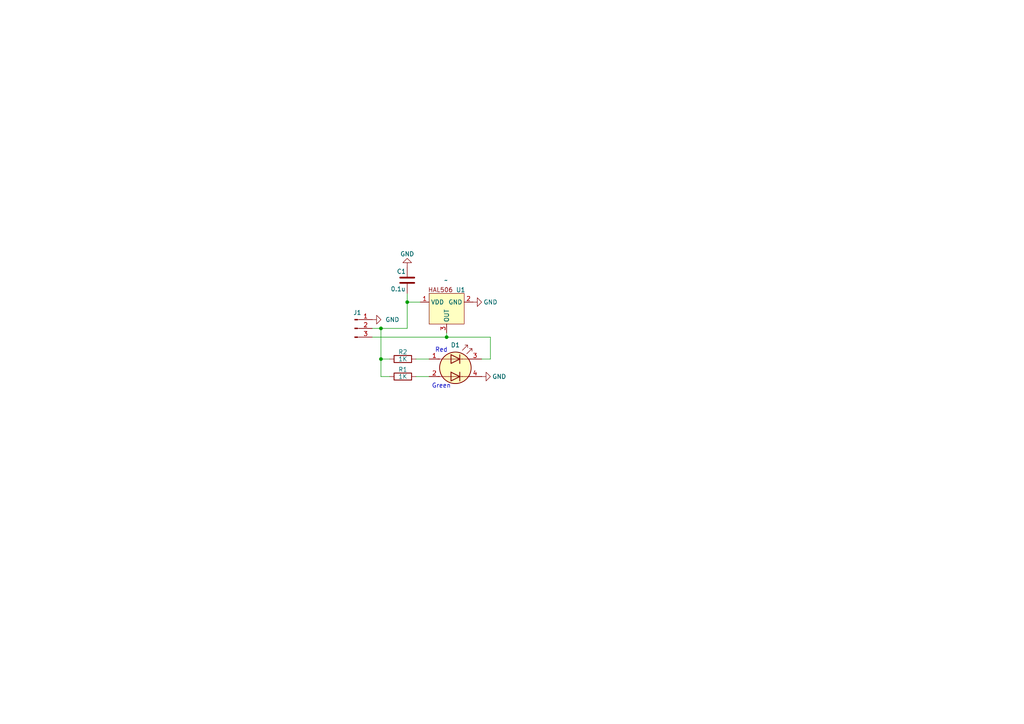
<source format=kicad_sch>
(kicad_sch (version 20231120) (generator "eeschema") (generator_version "8.0")
  (paper "A4")
  (lib_symbols
    (symbol "Connector:Conn_01x03_Pin" (pin_names (offset 1.016) hide)
      (property "Reference" "J" (at 0 5.08 0))
      (property "Value" "Conn_01x03_Pin" (at 0 -5.08 0))
      (symbol "Conn_01x03_Pin_1_1"
        (polyline (pts (xy 1.27 -2.54) (xy 0.8636 -2.54)) (stroke (width 0.1524)))
        (polyline (pts (xy 1.27 0) (xy 0.8636 0)) (stroke (width 0.1524)))
        (polyline (pts (xy 1.27 2.54) (xy 0.8636 2.54)) (stroke (width 0.1524)))
        (rectangle (start 0.8636 -2.413) (end 0 -2.667) (stroke (width 0.1524)) (fill (type outline)))
        (rectangle (start 0.8636 0.127) (end 0 -0.127) (stroke (width 0.1524)) (fill (type outline)))
        (rectangle (start 0.8636 2.667) (end 0 2.413) (stroke (width 0.1524)) (fill (type outline)))
        (pin passive line (at 5.08 2.54 180) (length 3.81) (name "Pin_1") (number "1"))
        (pin passive line (at 5.08 0 180) (length 3.81) (name "Pin_2") (number "2"))
        (pin passive line (at 5.08 -2.54 180) (length 3.81) (name "Pin_3") (number "3"))
      )
    )
    (symbol "Device:C" (pin_numbers hide) (pin_names (offset 0.254))
      (property "Reference" "C" (at 0.635 2.54 0))
      (property "Value" "C" (at 0.635 -2.54 0))
      (symbol "C_0_1"
        (polyline (pts (xy -2.032 -0.762) (xy 2.032 -0.762)) (stroke (width 0.508)))
        (polyline (pts (xy -2.032 0.762) (xy 2.032 0.762)) (stroke (width 0.508)))
      )
      (symbol "C_1_1"
        (pin passive line (at 0 3.81 270) (length 2.794) (name "~") (number "1"))
        (pin passive line (at 0 -3.81 90) (length 2.794) (name "~") (number "2"))
      )
    )
    (symbol "Device:LED_Dual_AAKK" (pin_names (offset 0) hide)
      (property "Reference" "D" (at 0 5.715 0))
      (property "Value" "LED_Dual_AAKK" (at 0 -6.35 0))
      (symbol "LED_Dual_AAKK_0_1"
        (polyline (pts (xy -5.08 -2.54) (xy 2.032 -2.54)))
        (polyline (pts (xy -5.08 2.54) (xy 2.032 2.54)))
        (polyline (pts (xy 1.27 -1.27) (xy 1.27 -3.81)) (stroke (width 0.254)))
        (polyline (pts (xy 1.27 3.81) (xy 1.27 1.27)) (stroke (width 0.254)))
        (polyline (pts (xy 3.81 -2.54) (xy 1.905 -2.54)))
        (polyline (pts (xy 3.81 2.54) (xy 1.905 2.54)))
        (polyline (pts (xy -1.27 -1.27) (xy -1.27 -3.81) (xy 1.27 -2.54) (xy -1.27 -1.27)) (stroke (width 0.254)))
        (polyline (pts (xy -1.27 3.81) (xy -1.27 1.27) (xy 1.27 2.54) (xy -1.27 3.81)) (stroke (width 0.254)))
        (polyline (pts (xy 2.032 5.08) (xy 3.556 6.604) (xy 2.794 6.604) (xy 3.556 6.604) (xy 3.556 5.842)))
        (polyline (pts (xy 3.302 4.064) (xy 4.826 5.588) (xy 4.064 5.588) (xy 4.826 5.588) (xy 4.826 4.826)))
        (circle (center 0 0) (radius 4.572) (stroke (width 0.254)) (fill (type background)))
      )
      (symbol "LED_Dual_AAKK_1_1"
        (pin input line (at -7.62 2.54 0) (length 3.048) (name "A1") (number "1"))
        (pin input line (at -7.62 -2.54 0) (length 3.048) (name "A2") (number "2"))
        (pin input line (at 7.62 2.54 180) (length 3.81) (name "K1") (number "3"))
        (pin input line (at 7.62 -2.54 180) (length 3.81) (name "K2") (number "4"))
      )
    )
    (symbol "Device:R" (pin_numbers hide) (pin_names (offset 0))
      (property "Reference" "R" (at 2.032 0 90))
      (property "Value" "R" (at 0 0 90))
      (symbol "R_0_1"
        (rectangle (start -1.016 -2.54) (end 1.016 2.54) (stroke (width 0.254)))
      )
      (symbol "R_1_1"
        (pin passive line (at 0 3.81 270) (length 1.27) (name "~") (number "1"))
        (pin passive line (at 0 -3.81 90) (length 1.27) (name "~") (number "2"))
      )
    )
    (symbol "power:GND" (power) (pin_numbers hide) (pin_names (offset 0) hide)
      (property "Value" "GND" (at 0 -3.81 0))
      (symbol "GND_0_1"
        (polyline (pts (xy 0 0) (xy 0 -1.27) (xy 1.27 -1.27) (xy 0 -2.54) (xy -1.27 -1.27) (xy 0 -1.27)))
      )
      (symbol "GND_1_1"
        (pin power_in line (at 0 0 270) (length 0) (name "~") (number "1"))
      )
    )
    (symbol "samtronix:HAL506"
      (property "Reference" "U" (at 4.064 3.556 0))
      (symbol "HAL506_1_1"
        (rectangle (start -5.08 2.54) (end 5.08 -6.35) (fill (type background)))
        (text "HAL506" (at -1.778 3.556 0) (effects (font (size 1.27 1.27))))
        (pin input line (at -7.62 0 0) (length 2.54) (name "VDD") (number "1"))
        (pin bidirectional line (at 7.62 0 180) (length 2.54) (name "GND") (number "2"))
        (pin output line (at 0 -8.89 90) (length 2.54) (name "OUT") (number "3"))
      )
    )
  )
  (junction (at 110.49 104.14))
  (junction (at 118.11 87.63))
  (junction (at 110.49 95.25))
  (junction (at 129.54 97.79))
  (wire (pts (xy 110.49 104.14) (xy 110.49 109.22)))
  (wire (pts (xy 139.7 104.14) (xy 142.24 104.14)))
  (wire (pts (xy 110.49 104.14) (xy 113.03 104.14)))
  (wire (pts (xy 113.03 109.22) (xy 110.49 109.22)))
  (wire (pts (xy 118.11 87.63) (xy 121.92 87.63)))
  (wire (pts (xy 118.11 85.09) (xy 118.11 87.63)))
  (wire (pts (xy 110.49 95.25) (xy 118.11 95.25)))
  (wire (pts (xy 120.65 104.14) (xy 124.46 104.14)))
  (wire (pts (xy 129.54 96.52) (xy 129.54 97.79)))
  (wire (pts (xy 142.24 104.14) (xy 142.24 97.79)))
  (wire (pts (xy 142.24 97.79) (xy 129.54 97.79)))
  (wire (pts (xy 107.95 97.79) (xy 129.54 97.79)))
  (wire (pts (xy 120.65 109.22) (xy 124.46 109.22)))
  (wire (pts (xy 107.95 95.25) (xy 110.49 95.25)))
  (wire (pts (xy 118.11 95.25) (xy 118.11 87.63)))
  (wire (pts (xy 110.49 95.25) (xy 110.49 104.14)))
  (text "Red" (at 128.016 101.6 0) (effects (font (size 1.27 1.27))))
  (text "Green" (at 128.016 112.014 0) (effects (font (size 1.27 1.27))))
  (symbol (lib_id "power:GND") (at 118.11 77.47 180) (unit 1)
    (property "Reference" "#PWR04" (effects (hide yes)))
    (property "Value" "GND" (at 118.11 73.66 0))
    (property "Description" "Power symbol creates a global label with name \"GND\" , ground" (effects (hide yes)))
  )
  (symbol (lib_id "Device:C") (at 118.11 81.28 0) (unit 1)
    (property "Reference" "C1" (at 115.062 78.74 0) (effects (justify left)))
    (property "Value" "0.1u" (at 113.284 83.82 0) (effects (justify left)))
    (property "Description" "Unpolarized capacitor" (effects (hide yes)))
  )
  (symbol (lib_id "Device:LED_Dual_AAKK") (at 132.08 106.68 0) (unit 1)
    (property "Reference" "D1" (at 132.08 100.076 0))
    (property "Value" "LED_Dual_AAKK" (effects (hide yes)))
    (property "Description" "Dual LED, cathodes on pins 3 and 4" (effects (hide yes)))
  )
  (symbol (lib_id "Device:R") (at 116.84 109.22 90) (unit 1)
    (property "Reference" "R1" (at 116.84 107.188 90))
    (property "Value" "1K" (at 116.84 109.22 90))
    (property "Description" "Resistor" (effects (hide yes)))
  )
  (symbol (lib_id "samtronix:HAL506") (at 129.54 87.63 0) (unit 1)
    (property "Reference" "U1" (at 133.604 84.074 0))
    (property "Value" "~" (at 129.3665 81.28 0))
  )
  (symbol (lib_id "power:GND") (at 139.7 109.22 90) (unit 1)
    (property "Reference" "#PWR02" (effects (hide yes)))
    (property "Value" "GND" (at 142.748 109.22 90) (effects (justify right)))
    (property "Description" "Power symbol creates a global label with name \"GND\" , ground" (effects (hide yes)))
  )
  (symbol (lib_id "Connector:Conn_01x03_Pin") (at 102.87 95.25 0) (unit 1)
    (property "Reference" "J1" (at 103.632 90.678 0))
    (property "Value" "Conn_01x03_Pin" (effects (hide yes)))
    (property "Description" "Generic connector, single row, 01x03, script generated" (effects (hide yes)))
  )
  (symbol (lib_id "power:GND") (at 107.95 92.71 90) (unit 1)
    (property "Reference" "#PWR03" (effects (hide yes)))
    (property "Value" "GND" (at 111.76 92.7099 90) (effects (justify right)))
    (property "Description" "Power symbol creates a global label with name \"GND\" , ground" (effects (hide yes)))
  )
  (symbol (lib_id "power:GND") (at 137.16 87.63 90) (unit 1)
    (property "Reference" "#PWR01" (effects (hide yes)))
    (property "Value" "GND" (at 140.208 87.63 90) (effects (justify right)))
    (property "Description" "Power symbol creates a global label with name \"GND\" , ground" (effects (hide yes)))
  )
  (symbol (lib_id "Device:R") (at 116.84 104.14 90) (unit 1)
    (property "Reference" "R2" (at 116.84 102.108 90))
    (property "Value" "1K" (at 116.84 104.14 90))
    (property "Description" "Resistor" (effects (hide yes)))
  )
)
</source>
